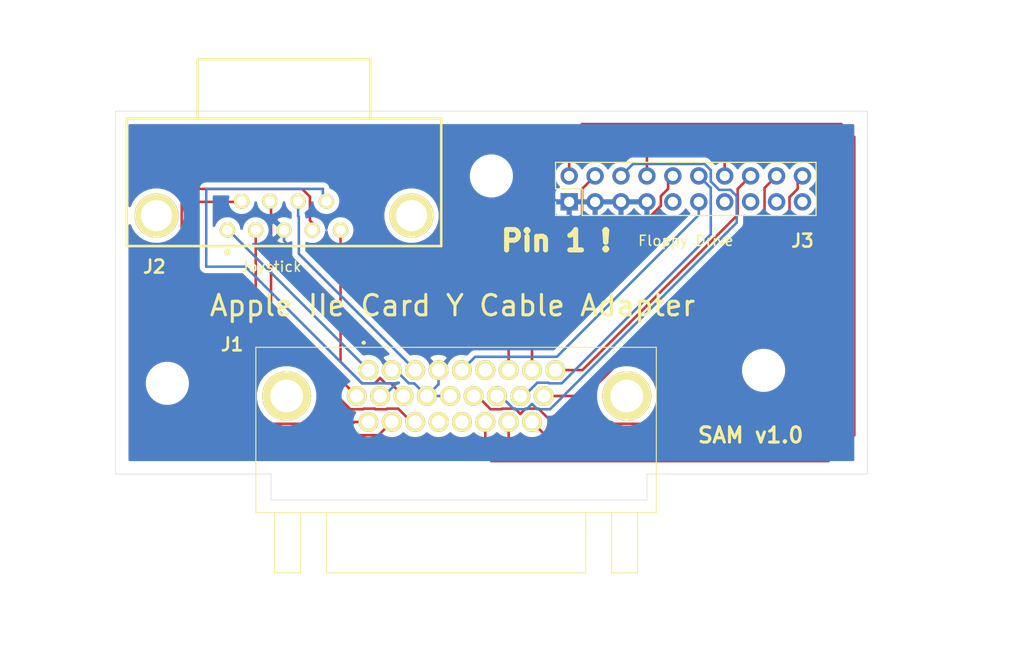
<source format=kicad_pcb>
(kicad_pcb (version 20171130) (host pcbnew "(5.1.6)-1")

  (general
    (thickness 1.6)
    (drawings 18)
    (tracks 167)
    (zones 0)
    (modules 6)
    (nets 31)
  )

  (page A4)
  (layers
    (0 F.Cu signal)
    (31 B.Cu signal)
    (32 B.Adhes user)
    (33 F.Adhes user)
    (34 B.Paste user)
    (35 F.Paste user)
    (36 B.SilkS user)
    (37 F.SilkS user)
    (38 B.Mask user)
    (39 F.Mask user)
    (40 Dwgs.User user)
    (41 Cmts.User user)
    (42 Eco1.User user)
    (43 Eco2.User user)
    (44 Edge.Cuts user)
    (45 Margin user)
    (46 B.CrtYd user)
    (47 F.CrtYd user)
    (48 B.Fab user)
    (49 F.Fab user hide)
  )

  (setup
    (last_trace_width 0.25)
    (trace_clearance 0.2)
    (zone_clearance 0.508)
    (zone_45_only no)
    (trace_min 0.2)
    (via_size 0.8)
    (via_drill 0.4)
    (via_min_size 0.4)
    (via_min_drill 0.3)
    (uvia_size 0.3)
    (uvia_drill 0.1)
    (uvias_allowed no)
    (uvia_min_size 0.2)
    (uvia_min_drill 0.1)
    (edge_width 0.05)
    (segment_width 0.2)
    (pcb_text_width 0.3)
    (pcb_text_size 1.5 1.5)
    (mod_edge_width 0.12)
    (mod_text_size 1 1)
    (mod_text_width 0.15)
    (pad_size 1.524 1.524)
    (pad_drill 0.762)
    (pad_to_mask_clearance 0.05)
    (aux_axis_origin 0 0)
    (visible_elements 7FFFFFFF)
    (pcbplotparams
      (layerselection 0x010fc_ffffffff)
      (usegerberextensions false)
      (usegerberattributes true)
      (usegerberadvancedattributes true)
      (creategerberjobfile true)
      (excludeedgelayer true)
      (linewidth 0.100000)
      (plotframeref false)
      (viasonmask false)
      (mode 1)
      (useauxorigin false)
      (hpglpennumber 1)
      (hpglpenspeed 20)
      (hpglpendiameter 15.000000)
      (psnegative false)
      (psa4output false)
      (plotreference true)
      (plotvalue true)
      (plotinvisibletext false)
      (padsonsilk false)
      (subtractmaskfromsilk false)
      (outputformat 1)
      (mirror false)
      (drillshape 0)
      (scaleselection 1)
      (outputdirectory "output/"))
  )

  (net 0 "")
  (net 1 "Net-(J1-Pad1)")
  (net 2 "Net-(J1-Pad3)")
  (net 3 GND)
  (net 4 +5V)
  (net 5 "Net-(J1-Pad6)")
  (net 6 "Net-(J1-Pad7)")
  (net 7 "Net-(J1-Pad8)")
  (net 8 "Net-(J1-Pad9)")
  (net 9 "Net-(J1-Pad10)")
  (net 10 "Net-(J1-Pad11)")
  (net 11 "Net-(J1-Pad12)")
  (net 12 "Net-(J1-Pad15)")
  (net 13 "Net-(J1-Pad16)")
  (net 14 "Net-(J1-Pad17)")
  (net 15 "Net-(J1-Pad18)")
  (net 16 "Net-(J1-Pad19)")
  (net 17 "Net-(J1-Pad20)")
  (net 18 "Net-(J1-Pad21)")
  (net 19 "Net-(J1-Pad22)")
  (net 20 "Net-(J1-Pad23)")
  (net 21 "Net-(J1-Pad24)")
  (net 22 "Net-(J1-Pad25)")
  (net 23 "Net-(J1-Pad26)")
  (net 24 "Net-(J1-PadMH1)")
  (net 25 "Net-(J1-PadMH2)")
  (net 26 "Net-(J3-Pad9)")
  (net 27 "Net-(J3-Pad13)")
  (net 28 "Net-(J3-Pad15)")
  (net 29 "Net-(J3-Pad17)")
  (net 30 "Net-(J3-Pad19)")

  (net_class Default "This is the default net class."
    (clearance 0.2)
    (trace_width 0.25)
    (via_dia 0.8)
    (via_drill 0.4)
    (uvia_dia 0.3)
    (uvia_drill 0.1)
    (add_net +5V)
    (add_net GND)
    (add_net "Net-(J1-Pad1)")
    (add_net "Net-(J1-Pad10)")
    (add_net "Net-(J1-Pad11)")
    (add_net "Net-(J1-Pad12)")
    (add_net "Net-(J1-Pad15)")
    (add_net "Net-(J1-Pad16)")
    (add_net "Net-(J1-Pad17)")
    (add_net "Net-(J1-Pad18)")
    (add_net "Net-(J1-Pad19)")
    (add_net "Net-(J1-Pad20)")
    (add_net "Net-(J1-Pad21)")
    (add_net "Net-(J1-Pad22)")
    (add_net "Net-(J1-Pad23)")
    (add_net "Net-(J1-Pad24)")
    (add_net "Net-(J1-Pad25)")
    (add_net "Net-(J1-Pad26)")
    (add_net "Net-(J1-Pad3)")
    (add_net "Net-(J1-Pad6)")
    (add_net "Net-(J1-Pad7)")
    (add_net "Net-(J1-Pad8)")
    (add_net "Net-(J1-Pad9)")
    (add_net "Net-(J1-PadMH1)")
    (add_net "Net-(J1-PadMH2)")
    (add_net "Net-(J3-Pad13)")
    (add_net "Net-(J3-Pad15)")
    (add_net "Net-(J3-Pad17)")
    (add_net "Net-(J3-Pad19)")
    (add_net "Net-(J3-Pad9)")
  )

  (module 10090926P264XLF (layer F.Cu) (tedit 5F0FB8FD) (tstamp 5F16B210)
    (at 139.082001 81.250001)
    (descr 10090926-P264XLF-2)
    (tags Connector)
    (path /5F0FD231)
    (fp_text reference J1 (at -13.352001 -2.510001) (layer F.SilkS)
      (effects (font (size 1.27 1.27) (thickness 0.254)))
    )
    (fp_text value 10090926-P264XLF (at 9.507999 10.189999) (layer F.Fab) hide
      (effects (font (size 1.27 1.27) (thickness 0.254)))
    )
    (fp_line (start -11.032 -2.23) (end 28.208 -2.23) (layer Dwgs.User) (width 0.2))
    (fp_line (start 28.208 -2.23) (end 28.208 13.97) (layer Dwgs.User) (width 0.2))
    (fp_line (start 28.208 13.97) (end -11.032 13.97) (layer Dwgs.User) (width 0.2))
    (fp_line (start -11.032 13.97) (end -11.032 -2.23) (layer Dwgs.User) (width 0.2))
    (fp_line (start -11.032 -2.23) (end 28.208 -2.23) (layer F.SilkS) (width 0.1))
    (fp_line (start 28.208 -2.23) (end 28.208 13.97) (layer F.SilkS) (width 0.1))
    (fp_line (start 28.208 13.97) (end -11.032 13.97) (layer F.SilkS) (width 0.1))
    (fp_line (start -11.032 13.97) (end -11.032 -2.23) (layer F.SilkS) (width 0.1))
    (fp_line (start -12.032 -3.73) (end 29.208 -3.73) (layer Dwgs.User) (width 0.1))
    (fp_line (start 29.208 -3.73) (end 29.208 20.87) (layer Dwgs.User) (width 0.1))
    (fp_line (start 29.208 20.87) (end -12.032 20.87) (layer Dwgs.User) (width 0.1))
    (fp_line (start -12.032 20.87) (end -12.032 -3.73) (layer Dwgs.User) (width 0.1))
    (fp_line (start -9.192 13.97) (end -9.192 19.87) (layer Dwgs.User) (width 0.2))
    (fp_line (start -9.192 19.87) (end -6.652 19.87) (layer Dwgs.User) (width 0.2))
    (fp_line (start -6.652 19.87) (end -6.652 13.97) (layer Dwgs.User) (width 0.2))
    (fp_line (start 23.828 13.97) (end 23.828 19.87) (layer Dwgs.User) (width 0.2))
    (fp_line (start 23.828 19.87) (end 26.368 19.87) (layer Dwgs.User) (width 0.2))
    (fp_line (start 26.368 19.87) (end 26.368 13.97) (layer Dwgs.User) (width 0.2))
    (fp_line (start -4.112 13.97) (end -4.112 19.87) (layer Dwgs.User) (width 0.2))
    (fp_line (start -4.112 19.87) (end 21.288 19.87) (layer Dwgs.User) (width 0.2))
    (fp_line (start 21.288 19.87) (end 21.288 13.97) (layer Dwgs.User) (width 0.2))
    (fp_line (start -9.192 13.97) (end -9.192 19.87) (layer F.SilkS) (width 0.1))
    (fp_line (start -9.192 19.87) (end -6.652 19.87) (layer F.SilkS) (width 0.1))
    (fp_line (start -6.652 19.87) (end -6.652 13.97) (layer F.SilkS) (width 0.1))
    (fp_line (start -4.112 13.97) (end -4.112 19.87) (layer F.SilkS) (width 0.1))
    (fp_line (start -4.112 19.87) (end 21.288 19.87) (layer F.SilkS) (width 0.1))
    (fp_line (start 21.288 19.87) (end 21.288 13.97) (layer F.SilkS) (width 0.1))
    (fp_line (start 23.828 13.97) (end 23.828 19.87) (layer F.SilkS) (width 0.1))
    (fp_line (start 23.828 19.87) (end 26.368 19.87) (layer F.SilkS) (width 0.1))
    (fp_line (start 26.368 19.87) (end 26.368 13.97) (layer F.SilkS) (width 0.1))
    (fp_line (start -0.412 -2.68) (end -0.412 -2.68) (layer F.SilkS) (width 0.3))
    (fp_line (start -0.512 -2.68) (end -0.512 -2.68) (layer F.SilkS) (width 0.3))
    (fp_arc (start -0.462 -2.68) (end -0.412 -2.68) (angle -180) (layer F.SilkS) (width 0.3))
    (fp_arc (start -0.462 -2.68) (end -0.512 -2.68) (angle -180) (layer F.SilkS) (width 0.3))
    (pad 1 thru_hole circle (at 0 0 90) (size 1.95 1.95) (drill 1.3) (layers *.Cu *.Mask F.SilkS)
      (net 1 "Net-(J1-Pad1)"))
    (pad 2 thru_hole circle (at 2.29 0 90) (size 1.95 1.95) (drill 1.3) (layers *.Cu *.Mask F.SilkS)
      (net 3 GND))
    (pad 3 thru_hole circle (at 4.58 0 90) (size 1.95 1.95) (drill 1.3) (layers *.Cu *.Mask F.SilkS)
      (net 2 "Net-(J1-Pad3)"))
    (pad 4 thru_hole circle (at 6.87 0 90) (size 1.95 1.95) (drill 1.3) (layers *.Cu *.Mask F.SilkS)
      (net 3 GND))
    (pad 5 thru_hole circle (at 9.16 0 90) (size 1.95 1.95) (drill 1.3) (layers *.Cu *.Mask F.SilkS)
      (net 4 +5V))
    (pad 6 thru_hole circle (at 11.45 0 90) (size 1.95 1.95) (drill 1.3) (layers *.Cu *.Mask F.SilkS)
      (net 5 "Net-(J1-Pad6)"))
    (pad 7 thru_hole circle (at 13.74 0 90) (size 1.95 1.95) (drill 1.3) (layers *.Cu *.Mask F.SilkS)
      (net 6 "Net-(J1-Pad7)"))
    (pad 8 thru_hole circle (at 16.03 0 90) (size 1.95 1.95) (drill 1.3) (layers *.Cu *.Mask F.SilkS)
      (net 7 "Net-(J1-Pad8)"))
    (pad 9 thru_hole circle (at 18.32 0 90) (size 1.95 1.95) (drill 1.3) (layers *.Cu *.Mask F.SilkS)
      (net 8 "Net-(J1-Pad9)"))
    (pad 10 thru_hole circle (at -1.145 2.54 90) (size 1.95 1.95) (drill 1.3) (layers *.Cu *.Mask F.SilkS)
      (net 9 "Net-(J1-Pad10)"))
    (pad 11 thru_hole circle (at 1.145 2.54 90) (size 1.95 1.95) (drill 1.3) (layers *.Cu *.Mask F.SilkS)
      (net 10 "Net-(J1-Pad11)"))
    (pad 12 thru_hole circle (at 3.435 2.54 90) (size 1.95 1.95) (drill 1.3) (layers *.Cu *.Mask F.SilkS)
      (net 11 "Net-(J1-Pad12)"))
    (pad 13 thru_hole circle (at 5.725 2.54 90) (size 1.95 1.95) (drill 1.3) (layers *.Cu *.Mask F.SilkS)
      (net 3 GND))
    (pad 14 thru_hole circle (at 8.015 2.54 90) (size 1.95 1.95) (drill 1.3) (layers *.Cu *.Mask F.SilkS)
      (net 3 GND))
    (pad 15 thru_hole circle (at 10.305 2.54 90) (size 1.95 1.95) (drill 1.3) (layers *.Cu *.Mask F.SilkS)
      (net 12 "Net-(J1-Pad15)"))
    (pad 16 thru_hole circle (at 12.595 2.54 90) (size 1.95 1.95) (drill 1.3) (layers *.Cu *.Mask F.SilkS)
      (net 13 "Net-(J1-Pad16)"))
    (pad 17 thru_hole circle (at 14.885 2.54 90) (size 1.95 1.95) (drill 1.3) (layers *.Cu *.Mask F.SilkS)
      (net 14 "Net-(J1-Pad17)"))
    (pad 18 thru_hole circle (at 17.175 2.54 90) (size 1.95 1.95) (drill 1.3) (layers *.Cu *.Mask F.SilkS)
      (net 15 "Net-(J1-Pad18)"))
    (pad 19 thru_hole circle (at 0 5.08 90) (size 1.95 1.95) (drill 1.3) (layers *.Cu *.Mask F.SilkS)
      (net 16 "Net-(J1-Pad19)"))
    (pad 20 thru_hole circle (at 2.29 5.08 90) (size 1.95 1.95) (drill 1.3) (layers *.Cu *.Mask F.SilkS)
      (net 17 "Net-(J1-Pad20)"))
    (pad 21 thru_hole circle (at 4.58 5.08 90) (size 1.95 1.95) (drill 1.3) (layers *.Cu *.Mask F.SilkS)
      (net 18 "Net-(J1-Pad21)"))
    (pad 22 thru_hole circle (at 6.87 5.08 90) (size 1.95 1.95) (drill 1.3) (layers *.Cu *.Mask F.SilkS)
      (net 19 "Net-(J1-Pad22)"))
    (pad 23 thru_hole circle (at 9.16 5.08 90) (size 1.95 1.95) (drill 1.3) (layers *.Cu *.Mask F.SilkS)
      (net 20 "Net-(J1-Pad23)"))
    (pad 24 thru_hole circle (at 11.45 5.08 90) (size 1.95 1.95) (drill 1.3) (layers *.Cu *.Mask F.SilkS)
      (net 21 "Net-(J1-Pad24)"))
    (pad 25 thru_hole circle (at 13.74 5.08 90) (size 1.95 1.95) (drill 1.3) (layers *.Cu *.Mask F.SilkS)
      (net 22 "Net-(J1-Pad25)"))
    (pad 26 thru_hole circle (at 16.03 5.08 90) (size 1.95 1.95) (drill 1.3) (layers *.Cu *.Mask F.SilkS)
      (net 23 "Net-(J1-Pad26)"))
    (pad MH1 thru_hole circle (at -8.015 2.54 90) (size 4.8 4.8) (drill 3.2) (layers *.Cu *.Mask F.SilkS)
      (net 24 "Net-(J1-PadMH1)"))
    (pad MH2 thru_hole circle (at 25.31 2.54 90) (size 4.8 4.8) (drill 3.2) (layers *.Cu *.Mask F.SilkS)
      (net 25 "Net-(J1-PadMH2)"))
  )

  (module MountingHole:MountingHole_3.2mm_M3 (layer F.Cu) (tedit 56D1B4CB) (tstamp 5F176F17)
    (at 119.38 82.55)
    (descr "Mounting Hole 3.2mm, no annular, M3")
    (tags "mounting hole 3.2mm no annular m3")
    (attr virtual)
    (fp_text reference H2 (at 0 -4.2) (layer F.SilkS) hide
      (effects (font (size 1 1) (thickness 0.15)))
    )
    (fp_text value MountingHole_3.2mm_M3 (at 0 4.2) (layer F.Fab)
      (effects (font (size 1 1) (thickness 0.15)))
    )
    (fp_circle (center 0 0) (end 3.2 0) (layer Cmts.User) (width 0.15))
    (fp_circle (center 0 0) (end 3.45 0) (layer F.CrtYd) (width 0.05))
    (fp_text user %R (at 0.3 0) (layer F.Fab)
      (effects (font (size 1 1) (thickness 0.15)))
    )
    (pad 1 np_thru_hole circle (at 0 0) (size 3.2 3.2) (drill 3.2) (layers *.Cu *.Mask))
  )

  (module MountingHole:MountingHole_3.2mm_M3 (layer F.Cu) (tedit 56D1B4CB) (tstamp 5F176EFA)
    (at 177.8 81.28)
    (descr "Mounting Hole 3.2mm, no annular, M3")
    (tags "mounting hole 3.2mm no annular m3")
    (attr virtual)
    (fp_text reference H3 (at 0 -4.2) (layer F.SilkS) hide
      (effects (font (size 1 1) (thickness 0.15)))
    )
    (fp_text value MountingHole_3.2mm_M3 (at 0 4.2) (layer F.Fab)
      (effects (font (size 1 1) (thickness 0.15)))
    )
    (fp_circle (center 0 0) (end 3.2 0) (layer Cmts.User) (width 0.15))
    (fp_circle (center 0 0) (end 3.45 0) (layer F.CrtYd) (width 0.05))
    (fp_text user %R (at 0.3 0) (layer F.Fab)
      (effects (font (size 1 1) (thickness 0.15)))
    )
    (pad 1 np_thru_hole circle (at 0 0) (size 3.2 3.2) (drill 3.2) (layers *.Cu *.Mask))
  )

  (module MountingHole:MountingHole_3.2mm_M3 (layer F.Cu) (tedit 56D1B4CB) (tstamp 5F176EDD)
    (at 151.13 62.23)
    (descr "Mounting Hole 3.2mm, no annular, M3")
    (tags "mounting hole 3.2mm no annular m3")
    (attr virtual)
    (fp_text reference H1 (at 0 -4.2) (layer F.SilkS) hide
      (effects (font (size 1 1) (thickness 0.15)))
    )
    (fp_text value MountingHole_3.2mm_M3 (at 0 4.2) (layer F.Fab)
      (effects (font (size 1 1) (thickness 0.15)))
    )
    (fp_circle (center 0 0) (end 3.2 0) (layer Cmts.User) (width 0.15))
    (fp_circle (center 0 0) (end 3.45 0) (layer F.CrtYd) (width 0.05))
    (fp_text user %R (at 0.3 0) (layer F.Fab)
      (effects (font (size 1 1) (thickness 0.15)))
    )
    (pad 1 np_thru_hole circle (at 0 0) (size 3.2 3.2) (drill 3.2) (layers *.Cu *.Mask))
  )

  (module A-DF-09-AKG-T2S_1 (layer F.Cu) (tedit 5F164348) (tstamp 5F16B22E)
    (at 130.81 50.8 180)
    (descr A-DF-09-AKG-T2S_1)
    (tags Connector)
    (path /5F18FA61)
    (fp_text reference J2 (at 12.7 -20.32) (layer F.SilkS)
      (effects (font (size 1.27 1.27) (thickness 0.254)))
    )
    (fp_text value A-DF_09_A_KG-T2S (at 1.27 -10.16) (layer F.Fab) hide
      (effects (font (size 1.27 1.27) (thickness 0.254)))
    )
    (fp_line (start -15.405 -18.3) (end 15.405 -18.3) (layer Dwgs.User) (width 0.254))
    (fp_line (start 15.405 -18.3) (end 15.405 -5.8) (layer Dwgs.User) (width 0.254))
    (fp_line (start 15.405 -5.8) (end -15.405 -5.8) (layer Dwgs.User) (width 0.254))
    (fp_line (start -15.405 -5.8) (end -15.405 -18.3) (layer Dwgs.User) (width 0.254))
    (fp_line (start -8.46 -5.8) (end -8.46 0) (layer Dwgs.User) (width 0.254))
    (fp_line (start -8.46 0) (end 8.46 0) (layer Dwgs.User) (width 0.254))
    (fp_line (start 8.46 0) (end 8.46 -5.8) (layer Dwgs.User) (width 0.254))
    (fp_line (start -15.405 -18.3) (end -15.405 -5.8) (layer F.SilkS) (width 0.254))
    (fp_line (start -15.405 -5.8) (end 15.405 -5.8) (layer F.SilkS) (width 0.254))
    (fp_line (start 15.405 -5.8) (end 15.405 -18.3) (layer F.SilkS) (width 0.254))
    (fp_line (start 15.405 -18.3) (end -15.405 -18.3) (layer F.SilkS) (width 0.254))
    (fp_line (start -8.46 -5.8) (end -8.46 0) (layer F.SilkS) (width 0.254))
    (fp_line (start -8.46 0) (end 8.46 0) (layer F.SilkS) (width 0.254))
    (fp_line (start 8.46 0) (end 8.46 -5.8) (layer F.SilkS) (width 0.254))
    (fp_circle (center 5.546 -18.904) (end 5.47528 -18.904) (layer F.SilkS) (width 0.254))
    (pad 1 thru_hole circle (at 5.54 -16.74 270) (size 1.5 1.5) (drill 1) (layers *.Cu *.Mask F.SilkS)
      (net 1 "Net-(J1-Pad1)"))
    (pad 2 thru_hole circle (at 2.77 -16.74 270) (size 1.5 1.5) (drill 1) (layers *.Cu *.Mask F.SilkS)
      (net 18 "Net-(J1-Pad21)"))
    (pad 3 thru_hole circle (at 0 -16.74 270) (size 1.5 1.5) (drill 1) (layers *.Cu *.Mask F.SilkS)
      (net 3 GND))
    (pad 4 thru_hole circle (at -2.77 -16.74 270) (size 1.5 1.5) (drill 1) (layers *.Cu *.Mask F.SilkS)
      (net 17 "Net-(J1-Pad20)"))
    (pad 5 thru_hole circle (at -5.54 -16.74 270) (size 1.5 1.5) (drill 1) (layers *.Cu *.Mask F.SilkS)
      (net 11 "Net-(J1-Pad12)"))
    (pad 6 thru_hole circle (at 4.155 -13.9 270) (size 1.5 1.5) (drill 1) (layers *.Cu *.Mask F.SilkS)
      (net 16 "Net-(J1-Pad19)"))
    (pad 7 thru_hole circle (at 1.385 -13.9 270) (size 1.5 1.5) (drill 1) (layers *.Cu *.Mask F.SilkS)
      (net 9 "Net-(J1-Pad10)"))
    (pad 8 thru_hole circle (at -1.385 -13.9 270) (size 1.5 1.5) (drill 1) (layers *.Cu *.Mask F.SilkS)
      (net 2 "Net-(J1-Pad3)"))
    (pad 9 thru_hole circle (at -4.155 -13.9 270) (size 1.5 1.5) (drill 1) (layers *.Cu *.Mask F.SilkS)
      (net 10 "Net-(J1-Pad11)"))
    (pad 10 thru_hole circle (at -12.495 -15.32 270) (size 4.3 4.3) (drill 3.05) (layers *.Cu *.Mask F.SilkS))
    (pad 11 thru_hole circle (at 12.495 -15.32 270) (size 4.3 4.3) (drill 3.05) (layers *.Cu *.Mask F.SilkS))
  )

  (module Connector_PinHeader_2.54mm:PinHeader_2x10_P2.54mm_Vertical (layer F.Cu) (tedit 59FED5CC) (tstamp 5F16B258)
    (at 158.75 64.77 90)
    (descr "Through hole straight pin header, 2x10, 2.54mm pitch, double rows")
    (tags "Through hole pin header THT 2x10 2.54mm double row")
    (path /5F0FE758)
    (fp_text reference J3 (at -3.81 22.86 180) (layer F.SilkS)
      (effects (font (size 1.27 1.27) (thickness 0.254)))
    )
    (fp_text value Conn_02x10_Odd_Even (at 1.27 25.19 90) (layer F.Fab)
      (effects (font (size 1 1) (thickness 0.15)))
    )
    (fp_line (start 0 -1.27) (end 3.81 -1.27) (layer F.Fab) (width 0.1))
    (fp_line (start 3.81 -1.27) (end 3.81 24.13) (layer F.Fab) (width 0.1))
    (fp_line (start 3.81 24.13) (end -1.27 24.13) (layer F.Fab) (width 0.1))
    (fp_line (start -1.27 24.13) (end -1.27 0) (layer F.Fab) (width 0.1))
    (fp_line (start -1.27 0) (end 0 -1.27) (layer F.Fab) (width 0.1))
    (fp_line (start -1.33 24.19) (end 3.87 24.19) (layer F.SilkS) (width 0.12))
    (fp_line (start -1.33 1.27) (end -1.33 24.19) (layer F.SilkS) (width 0.12))
    (fp_line (start 3.87 -1.33) (end 3.87 24.19) (layer F.SilkS) (width 0.12))
    (fp_line (start -1.33 1.27) (end 1.27 1.27) (layer F.SilkS) (width 0.12))
    (fp_line (start 1.27 1.27) (end 1.27 -1.33) (layer F.SilkS) (width 0.12))
    (fp_line (start 1.27 -1.33) (end 3.87 -1.33) (layer F.SilkS) (width 0.12))
    (fp_line (start -1.33 0) (end -1.33 -1.33) (layer F.SilkS) (width 0.12))
    (fp_line (start -1.33 -1.33) (end 0 -1.33) (layer F.SilkS) (width 0.12))
    (fp_line (start -1.8 -1.8) (end -1.8 24.65) (layer F.CrtYd) (width 0.05))
    (fp_line (start -1.8 24.65) (end 4.35 24.65) (layer F.CrtYd) (width 0.05))
    (fp_line (start 4.35 24.65) (end 4.35 -1.8) (layer F.CrtYd) (width 0.05))
    (fp_line (start 4.35 -1.8) (end -1.8 -1.8) (layer F.CrtYd) (width 0.05))
    (fp_text user %R (at 1.27 11.43) (layer F.Fab)
      (effects (font (size 1 1) (thickness 0.15)))
    )
    (pad 20 thru_hole oval (at 2.54 22.86 90) (size 1.7 1.7) (drill 1) (layers *.Cu *.Mask)
      (net 12 "Net-(J1-Pad15)"))
    (pad 19 thru_hole oval (at 0 22.86 90) (size 1.7 1.7) (drill 1) (layers *.Cu *.Mask)
      (net 30 "Net-(J3-Pad19)"))
    (pad 18 thru_hole oval (at 2.54 20.32 90) (size 1.7 1.7) (drill 1) (layers *.Cu *.Mask)
      (net 15 "Net-(J1-Pad18)"))
    (pad 17 thru_hole oval (at 0 20.32 90) (size 1.7 1.7) (drill 1) (layers *.Cu *.Mask)
      (net 29 "Net-(J3-Pad17)"))
    (pad 16 thru_hole oval (at 2.54 17.78 90) (size 1.7 1.7) (drill 1) (layers *.Cu *.Mask)
      (net 8 "Net-(J1-Pad9)"))
    (pad 15 thru_hole oval (at 0 17.78 90) (size 1.7 1.7) (drill 1) (layers *.Cu *.Mask)
      (net 28 "Net-(J3-Pad15)"))
    (pad 14 thru_hole oval (at 2.54 15.24 90) (size 1.7 1.7) (drill 1) (layers *.Cu *.Mask)
      (net 23 "Net-(J1-Pad26)"))
    (pad 13 thru_hole oval (at 0 15.24 90) (size 1.7 1.7) (drill 1) (layers *.Cu *.Mask)
      (net 27 "Net-(J3-Pad13)"))
    (pad 12 thru_hole oval (at 2.54 12.7 90) (size 1.7 1.7) (drill 1) (layers *.Cu *.Mask)
      (net 14 "Net-(J1-Pad17)"))
    (pad 11 thru_hole oval (at 0 12.7 90) (size 1.7 1.7) (drill 1) (layers *.Cu *.Mask)
      (net 4 +5V))
    (pad 10 thru_hole oval (at 2.54 10.16 90) (size 1.7 1.7) (drill 1) (layers *.Cu *.Mask)
      (net 7 "Net-(J1-Pad8)"))
    (pad 9 thru_hole oval (at 0 10.16 90) (size 1.7 1.7) (drill 1) (layers *.Cu *.Mask)
      (net 26 "Net-(J3-Pad9)"))
    (pad 8 thru_hole oval (at 2.54 7.62 90) (size 1.7 1.7) (drill 1) (layers *.Cu *.Mask)
      (net 22 "Net-(J1-Pad25)"))
    (pad 7 thru_hole oval (at 0 7.62 90) (size 1.7 1.7) (drill 1) (layers *.Cu *.Mask)
      (net 3 GND))
    (pad 6 thru_hole oval (at 2.54 5.08 90) (size 1.7 1.7) (drill 1) (layers *.Cu *.Mask)
      (net 13 "Net-(J1-Pad16)"))
    (pad 5 thru_hole oval (at 0 5.08 90) (size 1.7 1.7) (drill 1) (layers *.Cu *.Mask)
      (net 3 GND))
    (pad 4 thru_hole oval (at 2.54 2.54 90) (size 1.7 1.7) (drill 1) (layers *.Cu *.Mask)
      (net 6 "Net-(J1-Pad7)"))
    (pad 3 thru_hole oval (at 0 2.54 90) (size 1.7 1.7) (drill 1) (layers *.Cu *.Mask)
      (net 3 GND))
    (pad 2 thru_hole oval (at 2.54 0 90) (size 1.7 1.7) (drill 1) (layers *.Cu *.Mask)
      (net 21 "Net-(J1-Pad24)"))
    (pad 1 thru_hole rect (at 0 0 90) (size 1.7 1.7) (drill 1) (layers *.Cu *.Mask)
      (net 3 GND))
    (model ${KISYS3DMOD}/Connector_PinHeader_2.54mm.3dshapes/PinHeader_2x10_P2.54mm_Vertical.wrl
      (at (xyz 0 0 0))
      (scale (xyz 1 1 1))
      (rotate (xyz 0 0 0))
    )
  )

  (gr_text "SAM v1.0" (at 176.53 87.63) (layer F.SilkS)
    (effects (font (size 1.5 1.5) (thickness 0.3)))
  )
  (gr_line (start 129.54 91.44) (end 114.3 91.44) (layer Edge.Cuts) (width 0.05))
  (dimension 3.81 (width 0.15) (layer Dwgs.User)
    (gr_text "3.810 mm" (at 106.65 93.345 90) (layer Dwgs.User)
      (effects (font (size 1 1) (thickness 0.15)))
    )
    (feature1 (pts (xy 114.3 91.44) (xy 107.363579 91.44)))
    (feature2 (pts (xy 114.3 95.25) (xy 107.363579 95.25)))
    (crossbar (pts (xy 107.95 95.25) (xy 107.95 91.44)))
    (arrow1a (pts (xy 107.95 91.44) (xy 108.536421 92.566504)))
    (arrow1b (pts (xy 107.95 91.44) (xy 107.363579 92.566504)))
    (arrow2a (pts (xy 107.95 95.25) (xy 108.536421 94.123496)))
    (arrow2b (pts (xy 107.95 95.25) (xy 107.363579 94.123496)))
  )
  (dimension 27.94 (width 0.15) (layer Dwgs.User)
    (gr_text "27.940 mm" (at 173.99 109.25) (layer Dwgs.User)
      (effects (font (size 1 1) (thickness 0.15)))
    )
    (feature1 (pts (xy 160.02 101.6) (xy 160.02 108.536421)))
    (feature2 (pts (xy 187.96 101.6) (xy 187.96 108.536421)))
    (crossbar (pts (xy 187.96 107.95) (xy 160.02 107.95)))
    (arrow1a (pts (xy 160.02 107.95) (xy 161.146504 107.363579)))
    (arrow1b (pts (xy 160.02 107.95) (xy 161.146504 108.536421)))
    (arrow2a (pts (xy 187.96 107.95) (xy 186.833496 107.363579)))
    (arrow2b (pts (xy 187.96 107.95) (xy 186.833496 108.536421)))
  )
  (dimension 20.670023 (width 0.15) (layer Dwgs.User)
    (gr_text "20.670 mm" (at 124.655322 109.236815 0.08315504594) (layer Dwgs.User)
      (effects (font (size 1 1) (thickness 0.15)))
    )
    (feature1 (pts (xy 114.3 95.25) (xy 114.319286 108.538236)))
    (feature2 (pts (xy 134.970001 95.220001) (xy 134.989287 108.508237)))
    (crossbar (pts (xy 134.988436 107.921817) (xy 114.318435 107.951816)))
    (arrow1a (pts (xy 114.318435 107.951816) (xy 115.444086 107.363761)))
    (arrow1b (pts (xy 114.318435 107.951816) (xy 115.445789 108.536601)))
    (arrow2a (pts (xy 134.988436 107.921817) (xy 133.861082 107.337032)))
    (arrow2b (pts (xy 134.988436 107.921817) (xy 133.862785 108.509872)))
  )
  (dimension 73.66 (width 0.15) (layer Dwgs.User)
    (gr_text "73.660 mm" (at 151.13 45.69) (layer Dwgs.User)
      (effects (font (size 1 1) (thickness 0.15)))
    )
    (feature1 (pts (xy 114.3 55.88) (xy 114.3 46.403579)))
    (feature2 (pts (xy 187.96 55.88) (xy 187.96 46.403579)))
    (crossbar (pts (xy 187.96 46.99) (xy 114.3 46.99)))
    (arrow1a (pts (xy 114.3 46.99) (xy 115.426504 46.403579)))
    (arrow1b (pts (xy 114.3 46.99) (xy 115.426504 47.576421)))
    (arrow2a (pts (xy 187.96 46.99) (xy 186.833496 46.403579)))
    (arrow2b (pts (xy 187.96 46.99) (xy 186.833496 47.576421)))
  )
  (dimension 38.1 (width 0.15) (layer Dwgs.User)
    (gr_text "38.100 mm" (at 201.96 74.93 90) (layer Dwgs.User)
      (effects (font (size 1 1) (thickness 0.15)))
    )
    (feature1 (pts (xy 165.1 55.88) (xy 201.246421 55.88)))
    (feature2 (pts (xy 165.1 93.98) (xy 201.246421 93.98)))
    (crossbar (pts (xy 200.66 93.98) (xy 200.66 55.88)))
    (arrow1a (pts (xy 200.66 55.88) (xy 201.246421 57.006504)))
    (arrow1b (pts (xy 200.66 55.88) (xy 200.073579 57.006504)))
    (arrow2a (pts (xy 200.66 93.98) (xy 201.246421 92.853496)))
    (arrow2b (pts (xy 200.66 93.98) (xy 200.073579 92.853496)))
  )
  (gr_line (start 187.96 91.44) (end 166.37 91.44) (layer Edge.Cuts) (width 0.05) (tstamp 5F177DB3))
  (gr_line (start 187.96 55.88) (end 187.96 91.44) (layer Edge.Cuts) (width 0.05))
  (gr_line (start 114.3 55.88) (end 187.96 55.88) (layer Edge.Cuts) (width 0.05))
  (gr_line (start 114.3 91.44) (end 114.3 55.88) (layer Edge.Cuts) (width 0.05))
  (gr_line (start 129.54 93.98) (end 129.54 91.44) (layer Edge.Cuts) (width 0.05))
  (gr_line (start 166.37 93.98) (end 129.54 93.98) (layer Edge.Cuts) (width 0.05))
  (gr_line (start 166.37 91.44) (end 166.37 93.98) (layer Edge.Cuts) (width 0.05))
  (gr_text "Apple IIe Card Y Cable Adapter" (at 147.32 74.93) (layer F.SilkS)
    (effects (font (size 2 2) (thickness 0.3)))
  )
  (gr_text "Floppy Drive" (at 170.18 68.58) (layer F.SilkS)
    (effects (font (size 1 1) (thickness 0.15)))
  )
  (gr_text Joystick (at 129.54 71.12) (layer F.SilkS)
    (effects (font (size 1 1) (thickness 0.15)))
  )
  (gr_text "Pin 1 !" (at 157.48 68.58) (layer F.SilkS)
    (effects (font (size 2 2) (thickness 0.5)))
  )

  (segment (start 125.372 67.54) (end 125.27 67.54) (width 0.25) (layer B.Cu) (net 1))
  (segment (start 139.082001 81.250001) (end 125.372 67.54) (width 0.25) (layer B.Cu) (net 1))
  (segment (start 143.662001 81.250001) (end 132.262 69.85) (width 0.25) (layer B.Cu) (net 2))
  (segment (start 132.262 69.85) (end 132.262 66.222) (width 0.25) (layer B.Cu) (net 2))
  (segment (start 132.195 66.155) (end 132.195 64.7) (width 0.25) (layer B.Cu) (net 2))
  (segment (start 132.262 66.222) (end 132.195 66.155) (width 0.25) (layer B.Cu) (net 2))
  (segment (start 141.372001 81.250001) (end 131.242 71.12) (width 0.25) (layer B.Cu) (net 3))
  (segment (start 131.242 71.12) (end 131.242 69.012) (width 0.25) (layer B.Cu) (net 3))
  (segment (start 130.81 68.58) (end 130.81 67.54) (width 0.25) (layer B.Cu) (net 3))
  (segment (start 131.242 69.012) (end 130.81 68.58) (width 0.25) (layer B.Cu) (net 3))
  (segment (start 147.097001 83.790001) (end 147.290001 83.790001) (width 0.25) (layer B.Cu) (net 3))
  (segment (start 166.37 64.77) (end 158.75 64.77) (width 0.25) (layer B.Cu) (net 3))
  (segment (start 158.75 68.452002) (end 145.952001 81.250001) (width 0.25) (layer B.Cu) (net 3))
  (segment (start 158.75 64.77) (end 158.75 68.452002) (width 0.25) (layer B.Cu) (net 3))
  (segment (start 145.952001 82.645001) (end 144.807001 83.790001) (width 0.25) (layer B.Cu) (net 3))
  (segment (start 145.952001 81.250001) (end 145.952001 82.645001) (width 0.25) (layer B.Cu) (net 3))
  (segment (start 144.807001 83.790001) (end 147.097001 83.790001) (width 0.25) (layer B.Cu) (net 3))
  (segment (start 141.737999 81.250001) (end 141.372001 81.250001) (width 0.25) (layer B.Cu) (net 3))
  (segment (start 143.038 82.550002) (end 141.737999 81.250001) (width 0.25) (layer B.Cu) (net 3))
  (segment (start 143.567002 82.550002) (end 143.038 82.550002) (width 0.25) (layer B.Cu) (net 3))
  (segment (start 144.807001 83.790001) (end 143.567002 82.550002) (width 0.25) (layer B.Cu) (net 3))
  (segment (start 171.45 66.04) (end 171.45 64.77) (width 0.25) (layer B.Cu) (net 4))
  (segment (start 148.242001 81.250001) (end 149.542002 79.95) (width 0.25) (layer B.Cu) (net 4))
  (segment (start 157.54 79.95) (end 171.45 66.04) (width 0.25) (layer B.Cu) (net 4))
  (segment (start 149.542002 79.95) (end 157.54 79.95) (width 0.25) (layer B.Cu) (net 4))
  (segment (start 152.822001 81.250001) (end 152.822001 74.507999) (width 0.25) (layer F.Cu) (net 6))
  (segment (start 152.822001 74.507999) (end 158.75 68.58) (width 0.25) (layer F.Cu) (net 6))
  (segment (start 159.219002 68.58) (end 160.02 67.779002) (width 0.25) (layer F.Cu) (net 6))
  (segment (start 158.75 68.58) (end 159.219002 68.58) (width 0.25) (layer F.Cu) (net 6))
  (segment (start 160.02 63.5) (end 161.29 62.23) (width 0.25) (layer F.Cu) (net 6))
  (segment (start 160.02 67.779002) (end 160.02 63.5) (width 0.25) (layer F.Cu) (net 6))
  (segment (start 155.112001 81.250001) (end 155.112001 77.297999) (width 0.25) (layer F.Cu) (net 7))
  (segment (start 155.112001 77.297999) (end 165.1 67.31) (width 0.25) (layer F.Cu) (net 7))
  (segment (start 167.734999 64.205999) (end 168.440998 63.5) (width 0.25) (layer F.Cu) (net 7))
  (segment (start 165.1 67.31) (end 165.569002 67.31) (width 0.25) (layer F.Cu) (net 7))
  (segment (start 167.734999 65.144003) (end 167.734999 64.205999) (width 0.25) (layer F.Cu) (net 7))
  (segment (start 165.569002 67.31) (end 167.734999 65.144003) (width 0.25) (layer F.Cu) (net 7))
  (segment (start 168.440998 62.699002) (end 168.91 62.23) (width 0.25) (layer F.Cu) (net 7))
  (segment (start 168.440998 63.5) (end 168.440998 62.699002) (width 0.25) (layer F.Cu) (net 7))
  (segment (start 157.402001 81.250001) (end 160.049999 81.250001) (width 0.25) (layer F.Cu) (net 8))
  (segment (start 160.049999 81.250001) (end 175.26 66.04) (width 0.25) (layer F.Cu) (net 8))
  (segment (start 175.26 63.5) (end 176.53 62.23) (width 0.25) (layer F.Cu) (net 8))
  (segment (start 175.26 66.04) (end 175.26 63.5) (width 0.25) (layer F.Cu) (net 8))
  (segment (start 137.937001 83.790001) (end 129.54 75.393) (width 0.25) (layer F.Cu) (net 9))
  (segment (start 129.54 64.815) (end 129.425 64.7) (width 0.25) (layer F.Cu) (net 9))
  (segment (start 129.54 75.393) (end 129.54 64.815) (width 0.25) (layer F.Cu) (net 9))
  (segment (start 140.592999 83.790001) (end 141.893 82.49) (width 0.25) (layer B.Cu) (net 10))
  (segment (start 140.227001 83.790001) (end 140.592999 83.790001) (width 0.25) (layer B.Cu) (net 10))
  (segment (start 138.458 82.550002) (end 127.027998 71.12) (width 0.25) (layer B.Cu) (net 10))
  (segment (start 141.893 82.49) (end 142.056004 82.49) (width 0.25) (layer B.Cu) (net 10))
  (segment (start 141.996002 82.550002) (end 138.458 82.550002) (width 0.25) (layer B.Cu) (net 10))
  (segment (start 142.056004 82.49) (end 141.996002 82.550002) (width 0.25) (layer B.Cu) (net 10))
  (segment (start 127.027998 71.12) (end 123.19 71.12) (width 0.25) (layer B.Cu) (net 10))
  (segment (start 123.19 71.12) (end 123.19 63.5) (width 0.25) (layer B.Cu) (net 10))
  (segment (start 123.19 63.5) (end 134.62 63.5) (width 0.25) (layer B.Cu) (net 10))
  (segment (start 134.62 64.355) (end 134.965 64.7) (width 0.25) (layer B.Cu) (net 10))
  (segment (start 134.62 63.5) (end 134.62 64.355) (width 0.25) (layer B.Cu) (net 10))
  (segment (start 136.35 80.442002) (end 136.35 67.54) (width 0.25) (layer F.Cu) (net 11))
  (segment (start 138.458 82.550002) (end 136.35 80.442002) (width 0.25) (layer F.Cu) (net 11))
  (segment (start 139.706002 82.550002) (end 138.458 82.550002) (width 0.25) (layer F.Cu) (net 11))
  (segment (start 140.227001 82.029003) (end 139.706002 82.550002) (width 0.25) (layer F.Cu) (net 11))
  (segment (start 141.277002 82.550002) (end 140.748 82.550002) (width 0.25) (layer F.Cu) (net 11))
  (segment (start 140.748 82.550002) (end 140.227001 82.029003) (width 0.25) (layer F.Cu) (net 11))
  (segment (start 142.517001 83.790001) (end 141.277002 82.550002) (width 0.25) (layer F.Cu) (net 11))
  (segment (start 180.34 64.300998) (end 181.140998 63.5) (width 0.25) (layer F.Cu) (net 12))
  (segment (start 180.34 67.779002) (end 180.34 64.300998) (width 0.25) (layer F.Cu) (net 12))
  (segment (start 170.335002 77.784) (end 180.34 67.779002) (width 0.25) (layer F.Cu) (net 12))
  (segment (start 170.335002 86.515002) (end 170.335002 77.784) (width 0.25) (layer F.Cu) (net 12))
  (segment (start 149.387001 83.790001) (end 149.752999 83.790001) (width 0.25) (layer F.Cu) (net 12))
  (segment (start 151.053 85.090002) (end 152.137998 85.090002) (width 0.25) (layer F.Cu) (net 12))
  (segment (start 181.140998 63.5) (end 181.140998 62.699002) (width 0.25) (layer F.Cu) (net 12))
  (segment (start 157.066002 86.36) (end 162.928998 86.36) (width 0.25) (layer F.Cu) (net 12))
  (segment (start 152.137998 85.090002) (end 152.198 85.03) (width 0.25) (layer F.Cu) (net 12))
  (segment (start 181.140998 62.699002) (end 181.61 62.23) (width 0.25) (layer F.Cu) (net 12))
  (segment (start 163.084 86.515002) (end 170.335002 86.515002) (width 0.25) (layer F.Cu) (net 12))
  (segment (start 153.967001 85.550999) (end 154.488 85.03) (width 0.25) (layer F.Cu) (net 12))
  (segment (start 149.752999 83.790001) (end 151.053 85.090002) (width 0.25) (layer F.Cu) (net 12))
  (segment (start 153.446002 85.03) (end 153.967001 85.550999) (width 0.25) (layer F.Cu) (net 12))
  (segment (start 155.736002 85.03) (end 157.066002 86.36) (width 0.25) (layer F.Cu) (net 12))
  (segment (start 154.488 85.03) (end 155.736002 85.03) (width 0.25) (layer F.Cu) (net 12))
  (segment (start 152.198 85.03) (end 153.446002 85.03) (width 0.25) (layer F.Cu) (net 12))
  (segment (start 162.928998 86.36) (end 163.084 86.515002) (width 0.25) (layer F.Cu) (net 12))
  (segment (start 165.005001 61.054999) (end 163.83 62.23) (width 0.25) (layer B.Cu) (net 13))
  (segment (start 172.625001 61.665999) (end 172.014001 61.054999) (width 0.25) (layer B.Cu) (net 13))
  (segment (start 172.625001 62.768591) (end 172.625001 61.665999) (width 0.25) (layer B.Cu) (net 13))
  (segment (start 173.451409 63.594999) (end 172.625001 62.768591) (width 0.25) (layer B.Cu) (net 13))
  (segment (start 174.554001 63.594999) (end 173.451409 63.594999) (width 0.25) (layer B.Cu) (net 13))
  (segment (start 175.165001 64.205999) (end 174.554001 63.594999) (width 0.25) (layer B.Cu) (net 13))
  (segment (start 156.881002 85.090002) (end 175.165001 66.806003) (width 0.25) (layer B.Cu) (net 13))
  (segment (start 155.633 85.090002) (end 156.881002 85.090002) (width 0.25) (layer B.Cu) (net 13))
  (segment (start 155.112001 84.569003) (end 155.633 85.090002) (width 0.25) (layer B.Cu) (net 13))
  (segment (start 172.014001 61.054999) (end 165.005001 61.054999) (width 0.25) (layer B.Cu) (net 13))
  (segment (start 154.591002 85.090002) (end 155.112001 84.569003) (width 0.25) (layer B.Cu) (net 13))
  (segment (start 153.343 85.090002) (end 154.591002 85.090002) (width 0.25) (layer B.Cu) (net 13))
  (segment (start 152.042999 83.790001) (end 153.343 85.090002) (width 0.25) (layer B.Cu) (net 13))
  (segment (start 175.165001 66.806003) (end 175.165001 64.205999) (width 0.25) (layer B.Cu) (net 13))
  (segment (start 151.677001 83.790001) (end 152.042999 83.790001) (width 0.25) (layer B.Cu) (net 13))
  (segment (start 172.625001 67.951003) (end 172.625001 63.405001) (width 0.25) (layer B.Cu) (net 14))
  (segment (start 156.778 82.550002) (end 158.026002 82.550002) (width 0.25) (layer B.Cu) (net 14))
  (segment (start 172.625001 63.405001) (end 171.45 62.23) (width 0.25) (layer B.Cu) (net 14))
  (segment (start 158.026002 82.550002) (end 172.625001 67.951003) (width 0.25) (layer B.Cu) (net 14))
  (segment (start 155.633 82.49) (end 156.717998 82.49) (width 0.25) (layer B.Cu) (net 14))
  (segment (start 154.332999 83.790001) (end 155.633 82.49) (width 0.25) (layer B.Cu) (net 14))
  (segment (start 156.717998 82.49) (end 156.778 82.550002) (width 0.25) (layer B.Cu) (net 14))
  (segment (start 153.967001 83.790001) (end 154.332999 83.790001) (width 0.25) (layer B.Cu) (net 14))
  (segment (start 177.894999 63.405001) (end 179.07 62.23) (width 0.25) (layer F.Cu) (net 15))
  (segment (start 177.894999 66.254001) (end 177.894999 63.405001) (width 0.25) (layer F.Cu) (net 15))
  (segment (start 160.358999 83.790001) (end 177.894999 66.254001) (width 0.25) (layer F.Cu) (net 15))
  (segment (start 156.257001 83.790001) (end 160.358999 83.790001) (width 0.25) (layer F.Cu) (net 15))
  (segment (start 126.585 64.77) (end 126.655 64.7) (width 0.25) (layer F.Cu) (net 16))
  (segment (start 121.92 64.77) (end 126.585 64.77) (width 0.25) (layer F.Cu) (net 16))
  (segment (start 137.703143 86.330001) (end 137.518142 86.515002) (width 0.25) (layer F.Cu) (net 16))
  (segment (start 139.082001 86.330001) (end 137.703143 86.330001) (width 0.25) (layer F.Cu) (net 16))
  (segment (start 121.92 72.39) (end 124.46 72.39) (width 0.25) (layer F.Cu) (net 16))
  (segment (start 121.92 72.39) (end 121.92 64.77) (width 0.25) (layer F.Cu) (net 16))
  (segment (start 124.46 72.39) (end 124.46 74.93) (width 0.25) (layer F.Cu) (net 16))
  (segment (start 124.46 74.93) (end 126.844998 77.314998) (width 0.25) (layer F.Cu) (net 16))
  (segment (start 126.844998 77.314998) (end 126.844998 86.515002) (width 0.25) (layer F.Cu) (net 16))
  (segment (start 137.518142 86.515002) (end 126.844998 86.515002) (width 0.25) (layer F.Cu) (net 16))
  (segment (start 141.372001 86.330001) (end 140.072 87.630002) (width 0.25) (layer F.Cu) (net 17))
  (segment (start 120.790001 63.359999) (end 120.930002 63.5) (width 0.25) (layer F.Cu) (net 17))
  (segment (start 132.586002 63.5) (end 133.35 64.263998) (width 0.25) (layer F.Cu) (net 17))
  (segment (start 120.930002 63.5) (end 132.586002 63.5) (width 0.25) (layer F.Cu) (net 17))
  (segment (start 133.58 66.821002) (end 133.58 67.54) (width 0.25) (layer F.Cu) (net 17))
  (segment (start 133.35 66.591002) (end 133.58 66.821002) (width 0.25) (layer F.Cu) (net 17))
  (segment (start 133.35 64.263998) (end 133.35 66.591002) (width 0.25) (layer F.Cu) (net 17))
  (segment (start 120.790001 73.800001) (end 122.060001 73.800001) (width 0.25) (layer F.Cu) (net 17))
  (segment (start 120.790001 73.800001) (end 120.790001 63.359999) (width 0.25) (layer F.Cu) (net 17))
  (segment (start 122.060001 73.800001) (end 125.73 77.47) (width 0.25) (layer F.Cu) (net 17))
  (segment (start 125.73 87.63) (end 125.729998 87.630002) (width 0.25) (layer F.Cu) (net 17))
  (segment (start 125.73 77.47) (end 125.73 87.63) (width 0.25) (layer F.Cu) (net 17))
  (segment (start 140.072 87.630002) (end 125.729998 87.630002) (width 0.25) (layer F.Cu) (net 17))
  (segment (start 128.04 75.817002) (end 128.04 67.54) (width 0.25) (layer F.Cu) (net 18))
  (segment (start 137.313 85.090002) (end 128.04 75.817002) (width 0.25) (layer F.Cu) (net 18))
  (segment (start 138.561002 85.090002) (end 137.313 85.090002) (width 0.25) (layer F.Cu) (net 18))
  (segment (start 138.621004 85.03) (end 138.561002 85.090002) (width 0.25) (layer F.Cu) (net 18))
  (segment (start 139.706002 85.03) (end 138.621004 85.03) (width 0.25) (layer F.Cu) (net 18))
  (segment (start 140.851002 85.090002) (end 139.766004 85.090002) (width 0.25) (layer F.Cu) (net 18))
  (segment (start 140.911004 85.03) (end 140.851002 85.090002) (width 0.25) (layer F.Cu) (net 18))
  (segment (start 141.996002 85.03) (end 140.911004 85.03) (width 0.25) (layer F.Cu) (net 18))
  (segment (start 143.296003 86.330001) (end 141.996002 85.03) (width 0.25) (layer F.Cu) (net 18))
  (segment (start 139.766004 85.090002) (end 139.706002 85.03) (width 0.25) (layer F.Cu) (net 18))
  (segment (start 143.662001 86.330001) (end 143.296003 86.330001) (width 0.25) (layer F.Cu) (net 18))
  (segment (start 158.75 58.42) (end 158.75 62.23) (width 0.25) (layer F.Cu) (net 21))
  (segment (start 150.532001 89.572001) (end 151.13 90.17) (width 0.25) (layer F.Cu) (net 21))
  (segment (start 150.532001 86.330001) (end 150.532001 89.572001) (width 0.25) (layer F.Cu) (net 21))
  (segment (start 151.13 90.17) (end 184.15 90.17) (width 0.25) (layer F.Cu) (net 21))
  (segment (start 185.42 57.15) (end 160.02 57.15) (width 0.25) (layer F.Cu) (net 21))
  (segment (start 160.02 57.15) (end 158.75 58.42) (width 0.25) (layer F.Cu) (net 21))
  (segment (start 186.69 58.42) (end 185.42 57.15) (width 0.25) (layer F.Cu) (net 21))
  (segment (start 186.69 87.63) (end 186.69 58.42) (width 0.25) (layer F.Cu) (net 21))
  (segment (start 184.15 90.17) (end 186.69 87.63) (width 0.25) (layer F.Cu) (net 21))
  (segment (start 166.37 58.42) (end 166.37 62.23) (width 0.25) (layer F.Cu) (net 22))
  (segment (start 185.42 58.42) (end 166.37 58.42) (width 0.25) (layer F.Cu) (net 22))
  (segment (start 152.822001 88.477999) (end 153.244002 88.9) (width 0.25) (layer F.Cu) (net 22))
  (segment (start 153.244002 88.9) (end 184.15 88.9) (width 0.25) (layer F.Cu) (net 22))
  (segment (start 184.15 88.9) (end 185.42 87.63) (width 0.25) (layer F.Cu) (net 22))
  (segment (start 152.822001 86.330001) (end 152.822001 88.477999) (width 0.25) (layer F.Cu) (net 22))
  (segment (start 185.42 87.63) (end 185.42 58.42) (width 0.25) (layer F.Cu) (net 22))
  (segment (start 155.112001 86.330001) (end 156.21 87.428) (width 0.25) (layer F.Cu) (net 23))
  (segment (start 156.21 87.428) (end 157.278 87.428) (width 0.25) (layer F.Cu) (net 23))
  (segment (start 157.278 87.428) (end 157.48 87.63) (width 0.25) (layer F.Cu) (net 23))
  (segment (start 157.48 87.63) (end 182.88 87.63) (width 0.25) (layer F.Cu) (net 23))
  (segment (start 173.99 59.69) (end 173.99 62.23) (width 0.25) (layer F.Cu) (net 23))
  (segment (start 184.15 59.69) (end 184.15 86.36) (width 0.25) (layer F.Cu) (net 23))
  (segment (start 182.88 87.63) (end 184.15 86.36) (width 0.25) (layer F.Cu) (net 23))
  (segment (start 184.15 59.69) (end 173.99 59.69) (width 0.25) (layer F.Cu) (net 23))

  (zone (net 3) (net_name GND) (layer B.Cu) (tstamp 5F178A1A) (hatch edge 0.508)
    (connect_pads (clearance 0.508))
    (min_thickness 0.254)
    (fill yes (arc_segments 32) (thermal_gap 0.508) (thermal_bridge_width 0.508))
    (polygon
      (pts
        (xy 186.69 90.17) (xy 115.57 90.17) (xy 115.57 57.15) (xy 186.69 57.15)
      )
    )
    (filled_polygon
      (pts
        (xy 186.563 90.043) (xy 115.697 90.043) (xy 115.697 82.329872) (xy 117.145 82.329872) (xy 117.145 82.770128)
        (xy 117.23089 83.201925) (xy 117.399369 83.608669) (xy 117.643962 83.974729) (xy 117.955271 84.286038) (xy 118.321331 84.530631)
        (xy 118.728075 84.69911) (xy 119.159872 84.785) (xy 119.600128 84.785) (xy 120.031925 84.69911) (xy 120.438669 84.530631)
        (xy 120.804729 84.286038) (xy 121.116038 83.974729) (xy 121.360631 83.608669) (xy 121.409337 83.49108) (xy 128.032001 83.49108)
        (xy 128.032001 84.088922) (xy 128.148634 84.675278) (xy 128.377419 85.227613) (xy 128.709563 85.724701) (xy 129.132301 86.147439)
        (xy 129.629389 86.479583) (xy 130.181724 86.708368) (xy 130.76808 86.825001) (xy 131.365922 86.825001) (xy 131.952278 86.708368)
        (xy 132.504613 86.479583) (xy 133.001701 86.147439) (xy 133.424439 85.724701) (xy 133.756583 85.227613) (xy 133.985368 84.675278)
        (xy 134.102001 84.088922) (xy 134.102001 83.49108) (xy 133.985368 82.904724) (xy 133.756583 82.352389) (xy 133.424439 81.855301)
        (xy 133.001701 81.432563) (xy 132.504613 81.100419) (xy 131.952278 80.871634) (xy 131.365922 80.755001) (xy 130.76808 80.755001)
        (xy 130.181724 80.871634) (xy 129.629389 81.100419) (xy 129.132301 81.432563) (xy 128.709563 81.855301) (xy 128.377419 82.352389)
        (xy 128.148634 82.904724) (xy 128.032001 83.49108) (xy 121.409337 83.49108) (xy 121.52911 83.201925) (xy 121.615 82.770128)
        (xy 121.615 82.329872) (xy 121.52911 81.898075) (xy 121.360631 81.491331) (xy 121.116038 81.125271) (xy 120.804729 80.813962)
        (xy 120.438669 80.569369) (xy 120.031925 80.40089) (xy 119.600128 80.315) (xy 119.159872 80.315) (xy 118.728075 80.40089)
        (xy 118.321331 80.569369) (xy 117.955271 80.813962) (xy 117.643962 81.125271) (xy 117.399369 81.491331) (xy 117.23089 81.898075)
        (xy 117.145 82.329872) (xy 115.697 82.329872) (xy 115.697 67.077144) (xy 115.846965 67.439192) (xy 116.15175 67.895334)
        (xy 116.539666 68.28325) (xy 116.995808 68.588035) (xy 117.502646 68.797974) (xy 118.040701 68.905) (xy 118.589299 68.905)
        (xy 119.127354 68.797974) (xy 119.634192 68.588035) (xy 120.090334 68.28325) (xy 120.47825 67.895334) (xy 120.783035 67.439192)
        (xy 120.992974 66.932354) (xy 121.1 66.394299) (xy 121.1 65.845701) (xy 120.992974 65.307646) (xy 120.783035 64.800808)
        (xy 120.47825 64.344666) (xy 120.090334 63.95675) (xy 119.634192 63.651965) (xy 119.267316 63.5) (xy 122.426323 63.5)
        (xy 122.430001 63.537343) (xy 122.43 71.082667) (xy 122.426323 71.12) (xy 122.440997 71.268986) (xy 122.484454 71.412247)
        (xy 122.555026 71.544276) (xy 122.6262 71.631002) (xy 122.649999 71.660001) (xy 122.765724 71.754974) (xy 122.897753 71.825546)
        (xy 123.041014 71.869003) (xy 123.19 71.883677) (xy 123.227333 71.88) (xy 126.713197 71.88) (xy 137.189975 82.356778)
        (xy 137.17438 82.363238) (xy 136.910686 82.539432) (xy 136.686432 82.763686) (xy 136.510238 83.02738) (xy 136.388872 83.320381)
        (xy 136.327001 83.63143) (xy 136.327001 83.948572) (xy 136.388872 84.259621) (xy 136.510238 84.552622) (xy 136.686432 84.816316)
        (xy 136.910686 85.04057) (xy 137.17438 85.216764) (xy 137.467381 85.33813) (xy 137.768409 85.398008) (xy 137.655238 85.56738)
        (xy 137.533872 85.860381) (xy 137.472001 86.17143) (xy 137.472001 86.488572) (xy 137.533872 86.799621) (xy 137.655238 87.092622)
        (xy 137.831432 87.356316) (xy 138.055686 87.58057) (xy 138.31938 87.756764) (xy 138.612381 87.87813) (xy 138.92343 87.940001)
        (xy 139.240572 87.940001) (xy 139.551621 87.87813) (xy 139.844622 87.756764) (xy 140.108316 87.58057) (xy 140.227001 87.461885)
        (xy 140.345686 87.58057) (xy 140.60938 87.756764) (xy 140.902381 87.87813) (xy 141.21343 87.940001) (xy 141.530572 87.940001)
        (xy 141.841621 87.87813) (xy 142.134622 87.756764) (xy 142.398316 87.58057) (xy 142.517001 87.461885) (xy 142.635686 87.58057)
        (xy 142.89938 87.756764) (xy 143.192381 87.87813) (xy 143.50343 87.940001) (xy 143.820572 87.940001) (xy 144.131621 87.87813)
        (xy 144.424622 87.756764) (xy 144.688316 87.58057) (xy 144.807001 87.461885) (xy 144.925686 87.58057) (xy 145.18938 87.756764)
        (xy 145.482381 87.87813) (xy 145.79343 87.940001) (xy 146.110572 87.940001) (xy 146.421621 87.87813) (xy 146.714622 87.756764)
        (xy 146.978316 87.58057) (xy 147.097001 87.461885) (xy 147.215686 87.58057) (xy 147.47938 87.756764) (xy 147.772381 87.87813)
        (xy 148.08343 87.940001) (xy 148.400572 87.940001) (xy 148.711621 87.87813) (xy 149.004622 87.756764) (xy 149.268316 87.58057)
        (xy 149.387001 87.461885) (xy 149.505686 87.58057) (xy 149.76938 87.756764) (xy 150.062381 87.87813) (xy 150.37343 87.940001)
        (xy 150.690572 87.940001) (xy 151.001621 87.87813) (xy 151.294622 87.756764) (xy 151.558316 87.58057) (xy 151.677001 87.461885)
        (xy 151.795686 87.58057) (xy 152.05938 87.756764) (xy 152.352381 87.87813) (xy 152.66343 87.940001) (xy 152.980572 87.940001)
        (xy 153.291621 87.87813) (xy 153.584622 87.756764) (xy 153.848316 87.58057) (xy 153.967001 87.461885) (xy 154.085686 87.58057)
        (xy 154.34938 87.756764) (xy 154.642381 87.87813) (xy 154.95343 87.940001) (xy 155.270572 87.940001) (xy 155.581621 87.87813)
        (xy 155.874622 87.756764) (xy 156.138316 87.58057) (xy 156.36257 87.356316) (xy 156.538764 87.092622) (xy 156.66013 86.799621)
        (xy 156.722001 86.488572) (xy 156.722001 86.17143) (xy 156.66013 85.860381) (xy 156.655831 85.850002) (xy 156.84368 85.850002)
        (xy 156.881002 85.853678) (xy 156.918324 85.850002) (xy 156.918335 85.850002) (xy 157.029988 85.839005) (xy 157.173249 85.795548)
        (xy 157.305278 85.724976) (xy 157.421003 85.630003) (xy 157.444806 85.600999) (xy 159.554725 83.49108) (xy 161.357001 83.49108)
        (xy 161.357001 84.088922) (xy 161.473634 84.675278) (xy 161.702419 85.227613) (xy 162.034563 85.724701) (xy 162.457301 86.147439)
        (xy 162.954389 86.479583) (xy 163.506724 86.708368) (xy 164.09308 86.825001) (xy 164.690922 86.825001) (xy 165.277278 86.708368)
        (xy 165.829613 86.479583) (xy 166.326701 86.147439) (xy 166.749439 85.724701) (xy 167.081583 85.227613) (xy 167.310368 84.675278)
        (xy 167.427001 84.088922) (xy 167.427001 83.49108) (xy 167.310368 82.904724) (xy 167.081583 82.352389) (xy 166.749439 81.855301)
        (xy 166.326701 81.432563) (xy 165.829613 81.100419) (xy 165.731725 81.059872) (xy 175.565 81.059872) (xy 175.565 81.500128)
        (xy 175.65089 81.931925) (xy 175.819369 82.338669) (xy 176.063962 82.704729) (xy 176.375271 83.016038) (xy 176.741331 83.260631)
        (xy 177.148075 83.42911) (xy 177.579872 83.515) (xy 178.020128 83.515) (xy 178.451925 83.42911) (xy 178.858669 83.260631)
        (xy 179.224729 83.016038) (xy 179.536038 82.704729) (xy 179.780631 82.338669) (xy 179.94911 81.931925) (xy 180.035 81.500128)
        (xy 180.035 81.059872) (xy 179.94911 80.628075) (xy 179.780631 80.221331) (xy 179.536038 79.855271) (xy 179.224729 79.543962)
        (xy 178.858669 79.299369) (xy 178.451925 79.13089) (xy 178.020128 79.045) (xy 177.579872 79.045) (xy 177.148075 79.13089)
        (xy 176.741331 79.299369) (xy 176.375271 79.543962) (xy 176.063962 79.855271) (xy 175.819369 80.221331) (xy 175.65089 80.628075)
        (xy 175.565 81.059872) (xy 165.731725 81.059872) (xy 165.277278 80.871634) (xy 164.690922 80.755001) (xy 164.09308 80.755001)
        (xy 163.506724 80.871634) (xy 162.954389 81.100419) (xy 162.457301 81.432563) (xy 162.034563 81.855301) (xy 161.702419 82.352389)
        (xy 161.473634 82.904724) (xy 161.357001 83.49108) (xy 159.554725 83.49108) (xy 175.676005 67.369801) (xy 175.705002 67.346004)
        (xy 175.799975 67.230279) (xy 175.870547 67.09825) (xy 175.914004 66.954989) (xy 175.925001 66.843336) (xy 175.925001 66.843327)
        (xy 175.928677 66.806004) (xy 175.925001 66.768681) (xy 175.925001 66.126753) (xy 176.096842 66.197932) (xy 176.38374 66.255)
        (xy 176.67626 66.255) (xy 176.963158 66.197932) (xy 177.233411 66.08599) (xy 177.476632 65.923475) (xy 177.683475 65.716632)
        (xy 177.8 65.54224) (xy 177.916525 65.716632) (xy 178.123368 65.923475) (xy 178.366589 66.08599) (xy 178.636842 66.197932)
        (xy 178.92374 66.255) (xy 179.21626 66.255) (xy 179.503158 66.197932) (xy 179.773411 66.08599) (xy 180.016632 65.923475)
        (xy 180.223475 65.716632) (xy 180.34 65.54224) (xy 180.456525 65.716632) (xy 180.663368 65.923475) (xy 180.906589 66.08599)
        (xy 181.176842 66.197932) (xy 181.46374 66.255) (xy 181.75626 66.255) (xy 182.043158 66.197932) (xy 182.313411 66.08599)
        (xy 182.556632 65.923475) (xy 182.763475 65.716632) (xy 182.92599 65.473411) (xy 183.037932 65.203158) (xy 183.095 64.91626)
        (xy 183.095 64.62374) (xy 183.037932 64.336842) (xy 182.92599 64.066589) (xy 182.763475 63.823368) (xy 182.556632 63.616525)
        (xy 182.38224 63.5) (xy 182.556632 63.383475) (xy 182.763475 63.176632) (xy 182.92599 62.933411) (xy 183.037932 62.663158)
        (xy 183.095 62.37626) (xy 183.095 62.08374) (xy 183.037932 61.796842) (xy 182.92599 61.526589) (xy 182.763475 61.283368)
        (xy 182.556632 61.076525) (xy 182.313411 60.91401) (xy 182.043158 60.802068) (xy 181.75626 60.745) (xy 181.46374 60.745)
        (xy 181.176842 60.802068) (xy 180.906589 60.91401) (xy 180.663368 61.076525) (xy 180.456525 61.283368) (xy 180.34 61.45776)
        (xy 180.223475 61.283368) (xy 180.016632 61.076525) (xy 179.773411 60.91401) (xy 179.503158 60.802068) (xy 179.21626 60.745)
        (xy 178.92374 60.745) (xy 178.636842 60.802068) (xy 178.366589 60.91401) (xy 178.123368 61.076525) (xy 177.916525 61.283368)
        (xy 177.8 61.45776) (xy 177.683475 61.283368) (xy 177.476632 61.076525) (xy 177.233411 60.91401) (xy 176.963158 60.802068)
        (xy 176.67626 60.745) (xy 176.38374 60.745) (xy 176.096842 60.802068) (xy 175.826589 60.91401) (xy 175.583368 61.076525)
        (xy 175.376525 61.283368) (xy 175.26 61.45776) (xy 175.143475 61.283368) (xy 174.936632 61.076525) (xy 174.693411 60.91401)
        (xy 174.423158 60.802068) (xy 174.13626 60.745) (xy 173.84374 60.745) (xy 173.556842 60.802068) (xy 173.286589 60.91401)
        (xy 173.083509 61.049704) (xy 172.577804 60.544001) (xy 172.554002 60.514998) (xy 172.438277 60.420025) (xy 172.306248 60.349453)
        (xy 172.162987 60.305996) (xy 172.051334 60.294999) (xy 172.051323 60.294999) (xy 172.014001 60.291323) (xy 171.976679 60.294999)
        (xy 165.042323 60.294999) (xy 165.005 60.291323) (xy 164.967677 60.294999) (xy 164.967668 60.294999) (xy 164.856015 60.305996)
        (xy 164.712754 60.349453) (xy 164.580725 60.420025) (xy 164.465 60.514998) (xy 164.441202 60.543996) (xy 164.196408 60.78879)
        (xy 163.97626 60.745) (xy 163.68374 60.745) (xy 163.396842 60.802068) (xy 163.126589 60.91401) (xy 162.883368 61.076525)
        (xy 162.676525 61.283368) (xy 162.56 61.45776) (xy 162.443475 61.283368) (xy 162.236632 61.076525) (xy 161.993411 60.91401)
        (xy 161.723158 60.802068) (xy 161.43626 60.745) (xy 161.14374 60.745) (xy 160.856842 60.802068) (xy 160.586589 60.91401)
        (xy 160.343368 61.076525) (xy 160.136525 61.283368) (xy 160.02 61.45776) (xy 159.903475 61.283368) (xy 159.696632 61.076525)
        (xy 159.453411 60.91401) (xy 159.183158 60.802068) (xy 158.89626 60.745) (xy 158.60374 60.745) (xy 158.316842 60.802068)
        (xy 158.046589 60.91401) (xy 157.803368 61.076525) (xy 157.596525 61.283368) (xy 157.43401 61.526589) (xy 157.322068 61.796842)
        (xy 157.265 62.08374) (xy 157.265 62.37626) (xy 157.322068 62.663158) (xy 157.43401 62.933411) (xy 157.596525 63.176632)
        (xy 157.72838 63.308487) (xy 157.65582 63.330498) (xy 157.545506 63.389463) (xy 157.448815 63.468815) (xy 157.369463 63.565506)
        (xy 157.310498 63.67582) (xy 157.274188 63.795518) (xy 157.261928 63.92) (xy 157.265 64.48425) (xy 157.42375 64.643)
        (xy 158.623 64.643) (xy 158.623 64.623) (xy 158.877 64.623) (xy 158.877 64.643) (xy 161.163 64.643)
        (xy 161.163 64.623) (xy 161.417 64.623) (xy 161.417 64.643) (xy 163.703 64.643) (xy 163.703 64.623)
        (xy 163.957 64.623) (xy 163.957 64.643) (xy 166.243 64.643) (xy 166.243 64.623) (xy 166.497 64.623)
        (xy 166.497 64.643) (xy 166.517 64.643) (xy 166.517 64.897) (xy 166.497 64.897) (xy 166.497 66.090155)
        (xy 166.72689 66.211476) (xy 166.874099 66.166825) (xy 167.13692 66.041641) (xy 167.370269 65.867588) (xy 167.565178 65.651355)
        (xy 167.634805 65.534466) (xy 167.756525 65.716632) (xy 167.963368 65.923475) (xy 168.206589 66.08599) (xy 168.476842 66.197932)
        (xy 168.76374 66.255) (xy 169.05626 66.255) (xy 169.343158 66.197932) (xy 169.613411 66.08599) (xy 169.856632 65.923475)
        (xy 170.063475 65.716632) (xy 170.18 65.54224) (xy 170.296525 65.716632) (xy 170.497546 65.917653) (xy 157.225199 79.19)
        (xy 149.579324 79.19) (xy 149.542001 79.186324) (xy 149.504678 79.19) (xy 149.504669 79.19) (xy 149.393016 79.200997)
        (xy 149.249755 79.244454) (xy 149.117725 79.315026) (xy 149.034085 79.383668) (xy 149.002001 79.409999) (xy 148.978203 79.438997)
        (xy 148.714242 79.702958) (xy 148.711621 79.701872) (xy 148.400572 79.640001) (xy 148.08343 79.640001) (xy 147.772381 79.701872)
        (xy 147.47938 79.823238) (xy 147.215686 79.999432) (xy 146.991432 80.223686) (xy 146.815238 80.48738) (xy 146.759384 80.622223)
        (xy 146.131606 81.250001) (xy 146.145749 81.264144) (xy 145.966144 81.443749) (xy 145.952001 81.429606) (xy 145.937859 81.443749)
        (xy 145.758254 81.264144) (xy 145.772396 81.250001) (xy 145.144618 80.622223) (xy 145.088764 80.48738) (xy 144.91257 80.223686)
        (xy 144.821301 80.132417) (xy 145.014022 80.132417) (xy 145.952001 81.070396) (xy 146.88998 80.132417) (xy 146.797235 79.870572)
        (xy 146.511881 79.732181) (xy 146.205011 79.652118) (xy 145.888417 79.633461) (xy 145.574268 79.676927) (xy 145.274634 79.780845)
        (xy 145.106767 79.870572) (xy 145.014022 80.132417) (xy 144.821301 80.132417) (xy 144.688316 79.999432) (xy 144.424622 79.823238)
        (xy 144.131621 79.701872) (xy 143.820572 79.640001) (xy 143.50343 79.640001) (xy 143.192381 79.701872) (xy 143.18976 79.702958)
        (xy 133.022 69.535199) (xy 133.022 68.807982) (xy 133.176011 68.871775) (xy 133.443589 68.925) (xy 133.716411 68.925)
        (xy 133.983989 68.871775) (xy 134.236043 68.767371) (xy 134.462886 68.615799) (xy 134.655799 68.422886) (xy 134.807371 68.196043)
        (xy 134.911775 67.943989) (xy 134.965 67.676411) (xy 135.018225 67.943989) (xy 135.122629 68.196043) (xy 135.274201 68.422886)
        (xy 135.467114 68.615799) (xy 135.693957 68.767371) (xy 135.946011 68.871775) (xy 136.213589 68.925) (xy 136.486411 68.925)
        (xy 136.753989 68.871775) (xy 137.006043 68.767371) (xy 137.232886 68.615799) (xy 137.425799 68.422886) (xy 137.577371 68.196043)
        (xy 137.681775 67.943989) (xy 137.735 67.676411) (xy 137.735 67.403589) (xy 137.681775 67.136011) (xy 137.577371 66.883957)
        (xy 137.425799 66.657114) (xy 137.232886 66.464201) (xy 137.006043 66.312629) (xy 136.753989 66.208225) (xy 136.486411 66.155)
        (xy 136.213589 66.155) (xy 135.946011 66.208225) (xy 135.693957 66.312629) (xy 135.467114 66.464201) (xy 135.274201 66.657114)
        (xy 135.122629 66.883957) (xy 135.018225 67.136011) (xy 134.965 67.403589) (xy 134.911775 67.136011) (xy 134.807371 66.883957)
        (xy 134.655799 66.657114) (xy 134.462886 66.464201) (xy 134.236043 66.312629) (xy 133.983989 66.208225) (xy 133.716411 66.155)
        (xy 133.443589 66.155) (xy 133.176011 66.208225) (xy 133.022 66.272018) (xy 133.022 66.259322) (xy 133.025676 66.221999)
        (xy 133.022 66.184677) (xy 133.022 66.184667) (xy 133.011003 66.073014) (xy 132.967546 65.929753) (xy 132.955 65.906281)
        (xy 132.955 65.857909) (xy 133.077886 65.775799) (xy 133.270799 65.582886) (xy 133.422371 65.356043) (xy 133.526775 65.103989)
        (xy 133.58 64.836411) (xy 133.633225 65.103989) (xy 133.737629 65.356043) (xy 133.889201 65.582886) (xy 134.082114 65.775799)
        (xy 134.308957 65.927371) (xy 134.561011 66.031775) (xy 134.828589 66.085) (xy 135.101411 66.085) (xy 135.368989 66.031775)
        (xy 135.621043 65.927371) (xy 135.74327 65.845701) (xy 140.52 65.845701) (xy 140.52 66.394299) (xy 140.627026 66.932354)
        (xy 140.836965 67.439192) (xy 141.14175 67.895334) (xy 141.529666 68.28325) (xy 141.985808 68.588035) (xy 142.492646 68.797974)
        (xy 143.030701 68.905) (xy 143.579299 68.905) (xy 144.117354 68.797974) (xy 144.624192 68.588035) (xy 145.080334 68.28325)
        (xy 145.46825 67.895334) (xy 145.773035 67.439192) (xy 145.982974 66.932354) (xy 146.09 66.394299) (xy 146.09 65.845701)
        (xy 146.045106 65.62) (xy 157.261928 65.62) (xy 157.274188 65.744482) (xy 157.310498 65.86418) (xy 157.369463 65.974494)
        (xy 157.448815 66.071185) (xy 157.545506 66.150537) (xy 157.65582 66.209502) (xy 157.775518 66.245812) (xy 157.9 66.258072)
        (xy 158.46425 66.255) (xy 158.623 66.09625) (xy 158.623 64.897) (xy 158.877 64.897) (xy 158.877 66.09625)
        (xy 159.03575 66.255) (xy 159.6 66.258072) (xy 159.724482 66.245812) (xy 159.84418 66.209502) (xy 159.954494 66.150537)
        (xy 160.051185 66.071185) (xy 160.130537 65.974494) (xy 160.189502 65.86418) (xy 160.213966 65.783534) (xy 160.289731 65.867588)
        (xy 160.52308 66.041641) (xy 160.785901 66.166825) (xy 160.93311 66.211476) (xy 161.163 66.090155) (xy 161.163 64.897)
        (xy 161.417 64.897) (xy 161.417 66.090155) (xy 161.64689 66.211476) (xy 161.794099 66.166825) (xy 162.05692 66.041641)
        (xy 162.290269 65.867588) (xy 162.485178 65.651355) (xy 162.56 65.525745) (xy 162.634822 65.651355) (xy 162.829731 65.867588)
        (xy 163.06308 66.041641) (xy 163.325901 66.166825) (xy 163.47311 66.211476) (xy 163.703 66.090155) (xy 163.703 64.897)
        (xy 163.957 64.897) (xy 163.957 66.090155) (xy 164.18689 66.211476) (xy 164.334099 66.166825) (xy 164.59692 66.041641)
        (xy 164.830269 65.867588) (xy 165.025178 65.651355) (xy 165.1 65.525745) (xy 165.174822 65.651355) (xy 165.369731 65.867588)
        (xy 165.60308 66.041641) (xy 165.865901 66.166825) (xy 166.01311 66.211476) (xy 166.243 66.090155) (xy 166.243 64.897)
        (xy 163.957 64.897) (xy 163.703 64.897) (xy 161.417 64.897) (xy 161.163 64.897) (xy 158.877 64.897)
        (xy 158.623 64.897) (xy 157.42375 64.897) (xy 157.265 65.05575) (xy 157.261928 65.62) (xy 146.045106 65.62)
        (xy 145.982974 65.307646) (xy 145.773035 64.800808) (xy 145.46825 64.344666) (xy 145.080334 63.95675) (xy 144.624192 63.651965)
        (xy 144.117354 63.442026) (xy 143.579299 63.335) (xy 143.030701 63.335) (xy 142.492646 63.442026) (xy 141.985808 63.651965)
        (xy 141.529666 63.95675) (xy 141.14175 64.344666) (xy 140.836965 64.800808) (xy 140.627026 65.307646) (xy 140.52 65.845701)
        (xy 135.74327 65.845701) (xy 135.847886 65.775799) (xy 136.040799 65.582886) (xy 136.192371 65.356043) (xy 136.296775 65.103989)
        (xy 136.35 64.836411) (xy 136.35 64.563589) (xy 136.296775 64.296011) (xy 136.192371 64.043957) (xy 136.040799 63.817114)
        (xy 135.847886 63.624201) (xy 135.621043 63.472629) (xy 135.370771 63.368963) (xy 135.369003 63.351014) (xy 135.325546 63.207753)
        (xy 135.254974 63.075724) (xy 135.160001 62.959999) (xy 135.044276 62.865026) (xy 134.912247 62.794454) (xy 134.768986 62.750997)
        (xy 134.657333 62.74) (xy 134.62 62.736323) (xy 134.582667 62.74) (xy 123.227333 62.74) (xy 123.19 62.736323)
        (xy 123.152667 62.74) (xy 123.041014 62.750997) (xy 122.897753 62.794454) (xy 122.765724 62.865026) (xy 122.649999 62.959999)
        (xy 122.555026 63.075724) (xy 122.484454 63.207753) (xy 122.440997 63.351014) (xy 122.426323 63.5) (xy 119.267316 63.5)
        (xy 119.127354 63.442026) (xy 118.589299 63.335) (xy 118.040701 63.335) (xy 117.502646 63.442026) (xy 116.995808 63.651965)
        (xy 116.539666 63.95675) (xy 116.15175 64.344666) (xy 115.846965 64.800808) (xy 115.697 65.162856) (xy 115.697 62.009872)
        (xy 148.895 62.009872) (xy 148.895 62.450128) (xy 148.98089 62.881925) (xy 149.149369 63.288669) (xy 149.393962 63.654729)
        (xy 149.705271 63.966038) (xy 150.071331 64.210631) (xy 150.478075 64.37911) (xy 150.909872 64.465) (xy 151.350128 64.465)
        (xy 151.781925 64.37911) (xy 152.188669 64.210631) (xy 152.554729 63.966038) (xy 152.866038 63.654729) (xy 153.110631 63.288669)
        (xy 153.27911 62.881925) (xy 153.365 62.450128) (xy 153.365 62.009872) (xy 153.27911 61.578075) (xy 153.110631 61.171331)
        (xy 152.866038 60.805271) (xy 152.554729 60.493962) (xy 152.188669 60.249369) (xy 151.781925 60.08089) (xy 151.350128 59.995)
        (xy 150.909872 59.995) (xy 150.478075 60.08089) (xy 150.071331 60.249369) (xy 149.705271 60.493962) (xy 149.393962 60.805271)
        (xy 149.149369 61.171331) (xy 148.98089 61.578075) (xy 148.895 62.009872) (xy 115.697 62.009872) (xy 115.697 57.277)
        (xy 186.563 57.277)
      )
    )
    (filled_polygon
      (pts
        (xy 145.000749 83.775859) (xy 144.986606 83.790001) (xy 145.000749 83.804144) (xy 144.821144 83.983749) (xy 144.807001 83.969606)
        (xy 144.792859 83.983749) (xy 144.613254 83.804144) (xy 144.627396 83.790001) (xy 144.613254 83.775859) (xy 144.792859 83.596254)
        (xy 144.807001 83.610396) (xy 144.821144 83.596254)
      )
    )
    (filled_polygon
      (pts
        (xy 147.290749 83.775859) (xy 147.276606 83.790001) (xy 147.290749 83.804144) (xy 147.111144 83.983749) (xy 147.097001 83.969606)
        (xy 147.082859 83.983749) (xy 146.903254 83.804144) (xy 146.917396 83.790001) (xy 146.903254 83.775859) (xy 147.082859 83.596254)
        (xy 147.097001 83.610396) (xy 147.111144 83.596254)
      )
    )
    (filled_polygon
      (pts
        (xy 125.323225 64.296011) (xy 125.27 64.563589) (xy 125.27 64.836411) (xy 125.323225 65.103989) (xy 125.427629 65.356043)
        (xy 125.579201 65.582886) (xy 125.772114 65.775799) (xy 125.998957 65.927371) (xy 126.251011 66.031775) (xy 126.518589 66.085)
        (xy 126.791411 66.085) (xy 127.058989 66.031775) (xy 127.311043 65.927371) (xy 127.537886 65.775799) (xy 127.730799 65.582886)
        (xy 127.882371 65.356043) (xy 127.986775 65.103989) (xy 128.04 64.836411) (xy 128.093225 65.103989) (xy 128.197629 65.356043)
        (xy 128.349201 65.582886) (xy 128.542114 65.775799) (xy 128.768957 65.927371) (xy 129.021011 66.031775) (xy 129.288589 66.085)
        (xy 129.561411 66.085) (xy 129.828989 66.031775) (xy 130.081043 65.927371) (xy 130.307886 65.775799) (xy 130.500799 65.582886)
        (xy 130.652371 65.356043) (xy 130.756775 65.103989) (xy 130.81 64.836411) (xy 130.863225 65.103989) (xy 130.967629 65.356043)
        (xy 131.119201 65.582886) (xy 131.312114 65.775799) (xy 131.435 65.857909) (xy 131.435 66.117677) (xy 131.431324 66.155)
        (xy 131.435 66.192322) (xy 131.435 66.192332) (xy 131.445997 66.303985) (xy 131.447607 66.309294) (xy 131.274884 66.22824)
        (xy 131.01004 66.16275) (xy 130.737508 66.150188) (xy 130.467762 66.191035) (xy 130.211168 66.283723) (xy 130.098137 66.34414)
        (xy 130.032612 66.583007) (xy 130.81 67.360395) (xy 130.824143 67.346253) (xy 131.003748 67.525858) (xy 130.989605 67.54)
        (xy 131.003748 67.554143) (xy 130.824143 67.733748) (xy 130.81 67.719605) (xy 130.032612 68.496993) (xy 130.098137 68.73586)
        (xy 130.345116 68.85176) (xy 130.60996 68.91725) (xy 130.882492 68.929812) (xy 131.152238 68.888965) (xy 131.408832 68.796277)
        (xy 131.502 68.746477) (xy 131.502 69.812677) (xy 131.498324 69.85) (xy 131.502 69.887322) (xy 131.502 69.887332)
        (xy 131.512997 69.998985) (xy 131.556454 70.142246) (xy 131.627026 70.274276) (xy 131.666871 70.322826) (xy 131.721999 70.390001)
        (xy 131.751003 70.413804) (xy 141.011712 79.674513) (xy 140.994268 79.676927) (xy 140.694634 79.780845) (xy 140.526767 79.870572)
        (xy 140.434022 80.132417) (xy 141.372001 81.070396) (xy 141.386144 81.056254) (xy 141.565749 81.235859) (xy 141.551606 81.250001)
        (xy 141.565749 81.264144) (xy 141.386144 81.443749) (xy 141.372001 81.429606) (xy 141.357859 81.443749) (xy 141.178254 81.264144)
        (xy 141.192396 81.250001) (xy 140.564618 80.622223) (xy 140.508764 80.48738) (xy 140.33257 80.223686) (xy 140.108316 79.999432)
        (xy 139.844622 79.823238) (xy 139.551621 79.701872) (xy 139.240572 79.640001) (xy 138.92343 79.640001) (xy 138.612381 79.701872)
        (xy 138.60976 79.702958) (xy 127.813976 68.907175) (xy 127.903589 68.925) (xy 128.176411 68.925) (xy 128.443989 68.871775)
        (xy 128.696043 68.767371) (xy 128.922886 68.615799) (xy 129.115799 68.422886) (xy 129.267371 68.196043) (xy 129.371775 67.943989)
        (xy 129.425 67.676411) (xy 129.425 67.64427) (xy 129.461035 67.882238) (xy 129.553723 68.138832) (xy 129.61414 68.251863)
        (xy 129.853007 68.317388) (xy 130.630395 67.54) (xy 129.853007 66.762612) (xy 129.61414 66.828137) (xy 129.49824 67.075116)
        (xy 129.43275 67.33996) (xy 129.425 67.508096) (xy 129.425 67.403589) (xy 129.371775 67.136011) (xy 129.267371 66.883957)
        (xy 129.115799 66.657114) (xy 128.922886 66.464201) (xy 128.696043 66.312629) (xy 128.443989 66.208225) (xy 128.176411 66.155)
        (xy 127.903589 66.155) (xy 127.636011 66.208225) (xy 127.383957 66.312629) (xy 127.157114 66.464201) (xy 126.964201 66.657114)
        (xy 126.812629 66.883957) (xy 126.708225 67.136011) (xy 126.655 67.403589) (xy 126.601775 67.136011) (xy 126.497371 66.883957)
        (xy 126.345799 66.657114) (xy 126.152886 66.464201) (xy 125.926043 66.312629) (xy 125.673989 66.208225) (xy 125.406411 66.155)
        (xy 125.133589 66.155) (xy 124.866011 66.208225) (xy 124.613957 66.312629) (xy 124.387114 66.464201) (xy 124.194201 66.657114)
        (xy 124.042629 66.883957) (xy 123.95 67.107584) (xy 123.95 64.26) (xy 125.338141 64.26)
      )
    )
  )
)

</source>
